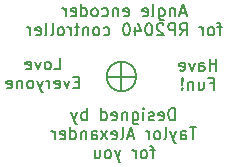
<source format=gbo>
G04 #@! TF.GenerationSoftware,KiCad,Pcbnew,6.0.2+dfsg-1*
G04 #@! TF.CreationDate,2023-01-26T22:51:51-08:00*
G04 #@! TF.ProjectId,rp2040_encoder,72703230-3430-45f6-956e-636f6465722e,rev?*
G04 #@! TF.SameCoordinates,Original*
G04 #@! TF.FileFunction,Legend,Bot*
G04 #@! TF.FilePolarity,Positive*
%FSLAX46Y46*%
G04 Gerber Fmt 4.6, Leading zero omitted, Abs format (unit mm)*
G04 Created by KiCad (PCBNEW 6.0.2+dfsg-1) date 2023-01-26 22:51:51*
%MOMM*%
%LPD*%
G01*
G04 APERTURE LIST*
G04 Aperture macros list*
%AMHorizOval*
0 Thick line with rounded ends*
0 $1 width*
0 $2 $3 position (X,Y) of the first rounded end (center of the circle)*
0 $4 $5 position (X,Y) of the second rounded end (center of the circle)*
0 Add line between two ends*
20,1,$1,$2,$3,$4,$5,0*
0 Add two circle primitives to create the rounded ends*
1,1,$1,$2,$3*
1,1,$1,$4,$5*%
%AMRotRect*
0 Rectangle, with rotation*
0 The origin of the aperture is its center*
0 $1 length*
0 $2 width*
0 $3 Rotation angle, in degrees counterclockwise*
0 Add horizontal line*
21,1,$1,$2,0,0,$3*%
G04 Aperture macros list end*
%ADD10C,0.150000*%
%ADD11C,3.100000*%
%ADD12RotRect,1.740000X2.200000X218.000000*%
%ADD13HorizOval,1.740000X-0.141602X0.181242X0.141602X-0.181242X0*%
G04 APERTURE END LIST*
D10*
X150000000Y-98750000D02*
X150000000Y-101250000D01*
X151250000Y-100000000D02*
G75*
G03*
X151250000Y-100000000I-1250000J0D01*
G01*
X148750000Y-100000000D02*
X151250000Y-100000000D01*
X154533333Y-103692380D02*
X154533333Y-102692380D01*
X154295238Y-102692380D01*
X154152380Y-102740000D01*
X154057142Y-102835238D01*
X154009523Y-102930476D01*
X153961904Y-103120952D01*
X153961904Y-103263809D01*
X154009523Y-103454285D01*
X154057142Y-103549523D01*
X154152380Y-103644761D01*
X154295238Y-103692380D01*
X154533333Y-103692380D01*
X153152380Y-103644761D02*
X153247619Y-103692380D01*
X153438095Y-103692380D01*
X153533333Y-103644761D01*
X153580952Y-103549523D01*
X153580952Y-103168571D01*
X153533333Y-103073333D01*
X153438095Y-103025714D01*
X153247619Y-103025714D01*
X153152380Y-103073333D01*
X153104761Y-103168571D01*
X153104761Y-103263809D01*
X153580952Y-103359047D01*
X152723809Y-103644761D02*
X152628571Y-103692380D01*
X152438095Y-103692380D01*
X152342857Y-103644761D01*
X152295238Y-103549523D01*
X152295238Y-103501904D01*
X152342857Y-103406666D01*
X152438095Y-103359047D01*
X152580952Y-103359047D01*
X152676190Y-103311428D01*
X152723809Y-103216190D01*
X152723809Y-103168571D01*
X152676190Y-103073333D01*
X152580952Y-103025714D01*
X152438095Y-103025714D01*
X152342857Y-103073333D01*
X151866666Y-103692380D02*
X151866666Y-103025714D01*
X151866666Y-102692380D02*
X151914285Y-102740000D01*
X151866666Y-102787619D01*
X151819047Y-102740000D01*
X151866666Y-102692380D01*
X151866666Y-102787619D01*
X150961904Y-103025714D02*
X150961904Y-103835238D01*
X151009523Y-103930476D01*
X151057142Y-103978095D01*
X151152380Y-104025714D01*
X151295238Y-104025714D01*
X151390476Y-103978095D01*
X150961904Y-103644761D02*
X151057142Y-103692380D01*
X151247619Y-103692380D01*
X151342857Y-103644761D01*
X151390476Y-103597142D01*
X151438095Y-103501904D01*
X151438095Y-103216190D01*
X151390476Y-103120952D01*
X151342857Y-103073333D01*
X151247619Y-103025714D01*
X151057142Y-103025714D01*
X150961904Y-103073333D01*
X150485714Y-103025714D02*
X150485714Y-103692380D01*
X150485714Y-103120952D02*
X150438095Y-103073333D01*
X150342857Y-103025714D01*
X150200000Y-103025714D01*
X150104761Y-103073333D01*
X150057142Y-103168571D01*
X150057142Y-103692380D01*
X149200000Y-103644761D02*
X149295238Y-103692380D01*
X149485714Y-103692380D01*
X149580952Y-103644761D01*
X149628571Y-103549523D01*
X149628571Y-103168571D01*
X149580952Y-103073333D01*
X149485714Y-103025714D01*
X149295238Y-103025714D01*
X149200000Y-103073333D01*
X149152380Y-103168571D01*
X149152380Y-103263809D01*
X149628571Y-103359047D01*
X148295238Y-103692380D02*
X148295238Y-102692380D01*
X148295238Y-103644761D02*
X148390476Y-103692380D01*
X148580952Y-103692380D01*
X148676190Y-103644761D01*
X148723809Y-103597142D01*
X148771428Y-103501904D01*
X148771428Y-103216190D01*
X148723809Y-103120952D01*
X148676190Y-103073333D01*
X148580952Y-103025714D01*
X148390476Y-103025714D01*
X148295238Y-103073333D01*
X147057142Y-103692380D02*
X147057142Y-102692380D01*
X147057142Y-103073333D02*
X146961904Y-103025714D01*
X146771428Y-103025714D01*
X146676190Y-103073333D01*
X146628571Y-103120952D01*
X146580952Y-103216190D01*
X146580952Y-103501904D01*
X146628571Y-103597142D01*
X146676190Y-103644761D01*
X146771428Y-103692380D01*
X146961904Y-103692380D01*
X147057142Y-103644761D01*
X146247619Y-103025714D02*
X146009523Y-103692380D01*
X145771428Y-103025714D02*
X146009523Y-103692380D01*
X146104761Y-103930476D01*
X146152380Y-103978095D01*
X146247619Y-104025714D01*
X156342857Y-104302380D02*
X155771428Y-104302380D01*
X156057142Y-105302380D02*
X156057142Y-104302380D01*
X155009523Y-105302380D02*
X155009523Y-104778571D01*
X155057142Y-104683333D01*
X155152380Y-104635714D01*
X155342857Y-104635714D01*
X155438095Y-104683333D01*
X155009523Y-105254761D02*
X155104761Y-105302380D01*
X155342857Y-105302380D01*
X155438095Y-105254761D01*
X155485714Y-105159523D01*
X155485714Y-105064285D01*
X155438095Y-104969047D01*
X155342857Y-104921428D01*
X155104761Y-104921428D01*
X155009523Y-104873809D01*
X154628571Y-104635714D02*
X154390476Y-105302380D01*
X154152380Y-104635714D02*
X154390476Y-105302380D01*
X154485714Y-105540476D01*
X154533333Y-105588095D01*
X154628571Y-105635714D01*
X153628571Y-105302380D02*
X153723809Y-105254761D01*
X153771428Y-105159523D01*
X153771428Y-104302380D01*
X153104761Y-105302380D02*
X153200000Y-105254761D01*
X153247619Y-105207142D01*
X153295238Y-105111904D01*
X153295238Y-104826190D01*
X153247619Y-104730952D01*
X153200000Y-104683333D01*
X153104761Y-104635714D01*
X152961904Y-104635714D01*
X152866666Y-104683333D01*
X152819047Y-104730952D01*
X152771428Y-104826190D01*
X152771428Y-105111904D01*
X152819047Y-105207142D01*
X152866666Y-105254761D01*
X152961904Y-105302380D01*
X153104761Y-105302380D01*
X152342857Y-105302380D02*
X152342857Y-104635714D01*
X152342857Y-104826190D02*
X152295238Y-104730952D01*
X152247619Y-104683333D01*
X152152380Y-104635714D01*
X152057142Y-104635714D01*
X151009523Y-105016666D02*
X150533333Y-105016666D01*
X151104761Y-105302380D02*
X150771428Y-104302380D01*
X150438095Y-105302380D01*
X149961904Y-105302380D02*
X150057142Y-105254761D01*
X150104761Y-105159523D01*
X150104761Y-104302380D01*
X149200000Y-105254761D02*
X149295238Y-105302380D01*
X149485714Y-105302380D01*
X149580952Y-105254761D01*
X149628571Y-105159523D01*
X149628571Y-104778571D01*
X149580952Y-104683333D01*
X149485714Y-104635714D01*
X149295238Y-104635714D01*
X149200000Y-104683333D01*
X149152380Y-104778571D01*
X149152380Y-104873809D01*
X149628571Y-104969047D01*
X148819047Y-105302380D02*
X148295238Y-104635714D01*
X148819047Y-104635714D02*
X148295238Y-105302380D01*
X147485714Y-105302380D02*
X147485714Y-104778571D01*
X147533333Y-104683333D01*
X147628571Y-104635714D01*
X147819047Y-104635714D01*
X147914285Y-104683333D01*
X147485714Y-105254761D02*
X147580952Y-105302380D01*
X147819047Y-105302380D01*
X147914285Y-105254761D01*
X147961904Y-105159523D01*
X147961904Y-105064285D01*
X147914285Y-104969047D01*
X147819047Y-104921428D01*
X147580952Y-104921428D01*
X147485714Y-104873809D01*
X147009523Y-104635714D02*
X147009523Y-105302380D01*
X147009523Y-104730952D02*
X146961904Y-104683333D01*
X146866666Y-104635714D01*
X146723809Y-104635714D01*
X146628571Y-104683333D01*
X146580952Y-104778571D01*
X146580952Y-105302380D01*
X145676190Y-105302380D02*
X145676190Y-104302380D01*
X145676190Y-105254761D02*
X145771428Y-105302380D01*
X145961904Y-105302380D01*
X146057142Y-105254761D01*
X146104761Y-105207142D01*
X146152380Y-105111904D01*
X146152380Y-104826190D01*
X146104761Y-104730952D01*
X146057142Y-104683333D01*
X145961904Y-104635714D01*
X145771428Y-104635714D01*
X145676190Y-104683333D01*
X144819047Y-105254761D02*
X144914285Y-105302380D01*
X145104761Y-105302380D01*
X145200000Y-105254761D01*
X145247619Y-105159523D01*
X145247619Y-104778571D01*
X145200000Y-104683333D01*
X145104761Y-104635714D01*
X144914285Y-104635714D01*
X144819047Y-104683333D01*
X144771428Y-104778571D01*
X144771428Y-104873809D01*
X145247619Y-104969047D01*
X144342857Y-105302380D02*
X144342857Y-104635714D01*
X144342857Y-104826190D02*
X144295238Y-104730952D01*
X144247619Y-104683333D01*
X144152380Y-104635714D01*
X144057142Y-104635714D01*
X152819047Y-106245714D02*
X152438095Y-106245714D01*
X152676190Y-106912380D02*
X152676190Y-106055238D01*
X152628571Y-105960000D01*
X152533333Y-105912380D01*
X152438095Y-105912380D01*
X151961904Y-106912380D02*
X152057142Y-106864761D01*
X152104761Y-106817142D01*
X152152380Y-106721904D01*
X152152380Y-106436190D01*
X152104761Y-106340952D01*
X152057142Y-106293333D01*
X151961904Y-106245714D01*
X151819047Y-106245714D01*
X151723809Y-106293333D01*
X151676190Y-106340952D01*
X151628571Y-106436190D01*
X151628571Y-106721904D01*
X151676190Y-106817142D01*
X151723809Y-106864761D01*
X151819047Y-106912380D01*
X151961904Y-106912380D01*
X151200000Y-106912380D02*
X151200000Y-106245714D01*
X151200000Y-106436190D02*
X151152380Y-106340952D01*
X151104761Y-106293333D01*
X151009523Y-106245714D01*
X150914285Y-106245714D01*
X149914285Y-106245714D02*
X149676190Y-106912380D01*
X149438095Y-106245714D02*
X149676190Y-106912380D01*
X149771428Y-107150476D01*
X149819047Y-107198095D01*
X149914285Y-107245714D01*
X148914285Y-106912380D02*
X149009523Y-106864761D01*
X149057142Y-106817142D01*
X149104761Y-106721904D01*
X149104761Y-106436190D01*
X149057142Y-106340952D01*
X149009523Y-106293333D01*
X148914285Y-106245714D01*
X148771428Y-106245714D01*
X148676190Y-106293333D01*
X148628571Y-106340952D01*
X148580952Y-106436190D01*
X148580952Y-106721904D01*
X148628571Y-106817142D01*
X148676190Y-106864761D01*
X148771428Y-106912380D01*
X148914285Y-106912380D01*
X147723809Y-106245714D02*
X147723809Y-106912380D01*
X148152380Y-106245714D02*
X148152380Y-106769523D01*
X148104761Y-106864761D01*
X148009523Y-106912380D01*
X147866666Y-106912380D01*
X147771428Y-106864761D01*
X147723809Y-106817142D01*
X144302380Y-99397380D02*
X144778571Y-99397380D01*
X144778571Y-98397380D01*
X143826190Y-99397380D02*
X143921428Y-99349761D01*
X143969047Y-99302142D01*
X144016666Y-99206904D01*
X144016666Y-98921190D01*
X143969047Y-98825952D01*
X143921428Y-98778333D01*
X143826190Y-98730714D01*
X143683333Y-98730714D01*
X143588095Y-98778333D01*
X143540476Y-98825952D01*
X143492857Y-98921190D01*
X143492857Y-99206904D01*
X143540476Y-99302142D01*
X143588095Y-99349761D01*
X143683333Y-99397380D01*
X143826190Y-99397380D01*
X143159523Y-98730714D02*
X142921428Y-99397380D01*
X142683333Y-98730714D01*
X141921428Y-99349761D02*
X142016666Y-99397380D01*
X142207142Y-99397380D01*
X142302380Y-99349761D01*
X142350000Y-99254523D01*
X142350000Y-98873571D01*
X142302380Y-98778333D01*
X142207142Y-98730714D01*
X142016666Y-98730714D01*
X141921428Y-98778333D01*
X141873809Y-98873571D01*
X141873809Y-98968809D01*
X142350000Y-99064047D01*
X146397619Y-100483571D02*
X146064285Y-100483571D01*
X145921428Y-101007380D02*
X146397619Y-101007380D01*
X146397619Y-100007380D01*
X145921428Y-100007380D01*
X145588095Y-100340714D02*
X145350000Y-101007380D01*
X145111904Y-100340714D01*
X144350000Y-100959761D02*
X144445238Y-101007380D01*
X144635714Y-101007380D01*
X144730952Y-100959761D01*
X144778571Y-100864523D01*
X144778571Y-100483571D01*
X144730952Y-100388333D01*
X144635714Y-100340714D01*
X144445238Y-100340714D01*
X144350000Y-100388333D01*
X144302380Y-100483571D01*
X144302380Y-100578809D01*
X144778571Y-100674047D01*
X143873809Y-101007380D02*
X143873809Y-100340714D01*
X143873809Y-100531190D02*
X143826190Y-100435952D01*
X143778571Y-100388333D01*
X143683333Y-100340714D01*
X143588095Y-100340714D01*
X143350000Y-100340714D02*
X143111904Y-101007380D01*
X142873809Y-100340714D02*
X143111904Y-101007380D01*
X143207142Y-101245476D01*
X143254761Y-101293095D01*
X143350000Y-101340714D01*
X142350000Y-101007380D02*
X142445238Y-100959761D01*
X142492857Y-100912142D01*
X142540476Y-100816904D01*
X142540476Y-100531190D01*
X142492857Y-100435952D01*
X142445238Y-100388333D01*
X142350000Y-100340714D01*
X142207142Y-100340714D01*
X142111904Y-100388333D01*
X142064285Y-100435952D01*
X142016666Y-100531190D01*
X142016666Y-100816904D01*
X142064285Y-100912142D01*
X142111904Y-100959761D01*
X142207142Y-101007380D01*
X142350000Y-101007380D01*
X141588095Y-100340714D02*
X141588095Y-101007380D01*
X141588095Y-100435952D02*
X141540476Y-100388333D01*
X141445238Y-100340714D01*
X141302380Y-100340714D01*
X141207142Y-100388333D01*
X141159523Y-100483571D01*
X141159523Y-101007380D01*
X140302380Y-100959761D02*
X140397619Y-101007380D01*
X140588095Y-101007380D01*
X140683333Y-100959761D01*
X140730952Y-100864523D01*
X140730952Y-100483571D01*
X140683333Y-100388333D01*
X140588095Y-100340714D01*
X140397619Y-100340714D01*
X140302380Y-100388333D01*
X140254761Y-100483571D01*
X140254761Y-100578809D01*
X140730952Y-100674047D01*
X158047619Y-99497380D02*
X158047619Y-98497380D01*
X158047619Y-98973571D02*
X157476190Y-98973571D01*
X157476190Y-99497380D02*
X157476190Y-98497380D01*
X156571428Y-99497380D02*
X156571428Y-98973571D01*
X156619047Y-98878333D01*
X156714285Y-98830714D01*
X156904761Y-98830714D01*
X157000000Y-98878333D01*
X156571428Y-99449761D02*
X156666666Y-99497380D01*
X156904761Y-99497380D01*
X157000000Y-99449761D01*
X157047619Y-99354523D01*
X157047619Y-99259285D01*
X157000000Y-99164047D01*
X156904761Y-99116428D01*
X156666666Y-99116428D01*
X156571428Y-99068809D01*
X156190476Y-98830714D02*
X155952380Y-99497380D01*
X155714285Y-98830714D01*
X154952380Y-99449761D02*
X155047619Y-99497380D01*
X155238095Y-99497380D01*
X155333333Y-99449761D01*
X155380952Y-99354523D01*
X155380952Y-98973571D01*
X155333333Y-98878333D01*
X155238095Y-98830714D01*
X155047619Y-98830714D01*
X154952380Y-98878333D01*
X154904761Y-98973571D01*
X154904761Y-99068809D01*
X155380952Y-99164047D01*
X157500000Y-100583571D02*
X157833333Y-100583571D01*
X157833333Y-101107380D02*
X157833333Y-100107380D01*
X157357142Y-100107380D01*
X156547619Y-100440714D02*
X156547619Y-101107380D01*
X156976190Y-100440714D02*
X156976190Y-100964523D01*
X156928571Y-101059761D01*
X156833333Y-101107380D01*
X156690476Y-101107380D01*
X156595238Y-101059761D01*
X156547619Y-101012142D01*
X156071428Y-100440714D02*
X156071428Y-101107380D01*
X156071428Y-100535952D02*
X156023809Y-100488333D01*
X155928571Y-100440714D01*
X155785714Y-100440714D01*
X155690476Y-100488333D01*
X155642857Y-100583571D01*
X155642857Y-101107380D01*
X155166666Y-101012142D02*
X155119047Y-101059761D01*
X155166666Y-101107380D01*
X155214285Y-101059761D01*
X155166666Y-101012142D01*
X155166666Y-101107380D01*
X155166666Y-100726428D02*
X155214285Y-100155000D01*
X155166666Y-100107380D01*
X155119047Y-100155000D01*
X155166666Y-100726428D01*
X155166666Y-100107380D01*
X155416666Y-94611666D02*
X154940476Y-94611666D01*
X155511904Y-94897380D02*
X155178571Y-93897380D01*
X154845238Y-94897380D01*
X154511904Y-94230714D02*
X154511904Y-94897380D01*
X154511904Y-94325952D02*
X154464285Y-94278333D01*
X154369047Y-94230714D01*
X154226190Y-94230714D01*
X154130952Y-94278333D01*
X154083333Y-94373571D01*
X154083333Y-94897380D01*
X153178571Y-94230714D02*
X153178571Y-95040238D01*
X153226190Y-95135476D01*
X153273809Y-95183095D01*
X153369047Y-95230714D01*
X153511904Y-95230714D01*
X153607142Y-95183095D01*
X153178571Y-94849761D02*
X153273809Y-94897380D01*
X153464285Y-94897380D01*
X153559523Y-94849761D01*
X153607142Y-94802142D01*
X153654761Y-94706904D01*
X153654761Y-94421190D01*
X153607142Y-94325952D01*
X153559523Y-94278333D01*
X153464285Y-94230714D01*
X153273809Y-94230714D01*
X153178571Y-94278333D01*
X152559523Y-94897380D02*
X152654761Y-94849761D01*
X152702380Y-94754523D01*
X152702380Y-93897380D01*
X151797619Y-94849761D02*
X151892857Y-94897380D01*
X152083333Y-94897380D01*
X152178571Y-94849761D01*
X152226190Y-94754523D01*
X152226190Y-94373571D01*
X152178571Y-94278333D01*
X152083333Y-94230714D01*
X151892857Y-94230714D01*
X151797619Y-94278333D01*
X151750000Y-94373571D01*
X151750000Y-94468809D01*
X152226190Y-94564047D01*
X150178571Y-94849761D02*
X150273809Y-94897380D01*
X150464285Y-94897380D01*
X150559523Y-94849761D01*
X150607142Y-94754523D01*
X150607142Y-94373571D01*
X150559523Y-94278333D01*
X150464285Y-94230714D01*
X150273809Y-94230714D01*
X150178571Y-94278333D01*
X150130952Y-94373571D01*
X150130952Y-94468809D01*
X150607142Y-94564047D01*
X149702380Y-94230714D02*
X149702380Y-94897380D01*
X149702380Y-94325952D02*
X149654761Y-94278333D01*
X149559523Y-94230714D01*
X149416666Y-94230714D01*
X149321428Y-94278333D01*
X149273809Y-94373571D01*
X149273809Y-94897380D01*
X148369047Y-94849761D02*
X148464285Y-94897380D01*
X148654761Y-94897380D01*
X148750000Y-94849761D01*
X148797619Y-94802142D01*
X148845238Y-94706904D01*
X148845238Y-94421190D01*
X148797619Y-94325952D01*
X148750000Y-94278333D01*
X148654761Y-94230714D01*
X148464285Y-94230714D01*
X148369047Y-94278333D01*
X147797619Y-94897380D02*
X147892857Y-94849761D01*
X147940476Y-94802142D01*
X147988095Y-94706904D01*
X147988095Y-94421190D01*
X147940476Y-94325952D01*
X147892857Y-94278333D01*
X147797619Y-94230714D01*
X147654761Y-94230714D01*
X147559523Y-94278333D01*
X147511904Y-94325952D01*
X147464285Y-94421190D01*
X147464285Y-94706904D01*
X147511904Y-94802142D01*
X147559523Y-94849761D01*
X147654761Y-94897380D01*
X147797619Y-94897380D01*
X146607142Y-94897380D02*
X146607142Y-93897380D01*
X146607142Y-94849761D02*
X146702380Y-94897380D01*
X146892857Y-94897380D01*
X146988095Y-94849761D01*
X147035714Y-94802142D01*
X147083333Y-94706904D01*
X147083333Y-94421190D01*
X147035714Y-94325952D01*
X146988095Y-94278333D01*
X146892857Y-94230714D01*
X146702380Y-94230714D01*
X146607142Y-94278333D01*
X145750000Y-94849761D02*
X145845238Y-94897380D01*
X146035714Y-94897380D01*
X146130952Y-94849761D01*
X146178571Y-94754523D01*
X146178571Y-94373571D01*
X146130952Y-94278333D01*
X146035714Y-94230714D01*
X145845238Y-94230714D01*
X145750000Y-94278333D01*
X145702380Y-94373571D01*
X145702380Y-94468809D01*
X146178571Y-94564047D01*
X145273809Y-94897380D02*
X145273809Y-94230714D01*
X145273809Y-94421190D02*
X145226190Y-94325952D01*
X145178571Y-94278333D01*
X145083333Y-94230714D01*
X144988095Y-94230714D01*
X158511904Y-95840714D02*
X158130952Y-95840714D01*
X158369047Y-96507380D02*
X158369047Y-95650238D01*
X158321428Y-95555000D01*
X158226190Y-95507380D01*
X158130952Y-95507380D01*
X157654761Y-96507380D02*
X157750000Y-96459761D01*
X157797619Y-96412142D01*
X157845238Y-96316904D01*
X157845238Y-96031190D01*
X157797619Y-95935952D01*
X157750000Y-95888333D01*
X157654761Y-95840714D01*
X157511904Y-95840714D01*
X157416666Y-95888333D01*
X157369047Y-95935952D01*
X157321428Y-96031190D01*
X157321428Y-96316904D01*
X157369047Y-96412142D01*
X157416666Y-96459761D01*
X157511904Y-96507380D01*
X157654761Y-96507380D01*
X156892857Y-96507380D02*
X156892857Y-95840714D01*
X156892857Y-96031190D02*
X156845238Y-95935952D01*
X156797619Y-95888333D01*
X156702380Y-95840714D01*
X156607142Y-95840714D01*
X154940476Y-96507380D02*
X155273809Y-96031190D01*
X155511904Y-96507380D02*
X155511904Y-95507380D01*
X155130952Y-95507380D01*
X155035714Y-95555000D01*
X154988095Y-95602619D01*
X154940476Y-95697857D01*
X154940476Y-95840714D01*
X154988095Y-95935952D01*
X155035714Y-95983571D01*
X155130952Y-96031190D01*
X155511904Y-96031190D01*
X154511904Y-96507380D02*
X154511904Y-95507380D01*
X154130952Y-95507380D01*
X154035714Y-95555000D01*
X153988095Y-95602619D01*
X153940476Y-95697857D01*
X153940476Y-95840714D01*
X153988095Y-95935952D01*
X154035714Y-95983571D01*
X154130952Y-96031190D01*
X154511904Y-96031190D01*
X153559523Y-95602619D02*
X153511904Y-95555000D01*
X153416666Y-95507380D01*
X153178571Y-95507380D01*
X153083333Y-95555000D01*
X153035714Y-95602619D01*
X152988095Y-95697857D01*
X152988095Y-95793095D01*
X153035714Y-95935952D01*
X153607142Y-96507380D01*
X152988095Y-96507380D01*
X152369047Y-95507380D02*
X152273809Y-95507380D01*
X152178571Y-95555000D01*
X152130952Y-95602619D01*
X152083333Y-95697857D01*
X152035714Y-95888333D01*
X152035714Y-96126428D01*
X152083333Y-96316904D01*
X152130952Y-96412142D01*
X152178571Y-96459761D01*
X152273809Y-96507380D01*
X152369047Y-96507380D01*
X152464285Y-96459761D01*
X152511904Y-96412142D01*
X152559523Y-96316904D01*
X152607142Y-96126428D01*
X152607142Y-95888333D01*
X152559523Y-95697857D01*
X152511904Y-95602619D01*
X152464285Y-95555000D01*
X152369047Y-95507380D01*
X151178571Y-95840714D02*
X151178571Y-96507380D01*
X151416666Y-95459761D02*
X151654761Y-96174047D01*
X151035714Y-96174047D01*
X150464285Y-95507380D02*
X150369047Y-95507380D01*
X150273809Y-95555000D01*
X150226190Y-95602619D01*
X150178571Y-95697857D01*
X150130952Y-95888333D01*
X150130952Y-96126428D01*
X150178571Y-96316904D01*
X150226190Y-96412142D01*
X150273809Y-96459761D01*
X150369047Y-96507380D01*
X150464285Y-96507380D01*
X150559523Y-96459761D01*
X150607142Y-96412142D01*
X150654761Y-96316904D01*
X150702380Y-96126428D01*
X150702380Y-95888333D01*
X150654761Y-95697857D01*
X150607142Y-95602619D01*
X150559523Y-95555000D01*
X150464285Y-95507380D01*
X148511904Y-96459761D02*
X148607142Y-96507380D01*
X148797619Y-96507380D01*
X148892857Y-96459761D01*
X148940476Y-96412142D01*
X148988095Y-96316904D01*
X148988095Y-96031190D01*
X148940476Y-95935952D01*
X148892857Y-95888333D01*
X148797619Y-95840714D01*
X148607142Y-95840714D01*
X148511904Y-95888333D01*
X147940476Y-96507380D02*
X148035714Y-96459761D01*
X148083333Y-96412142D01*
X148130952Y-96316904D01*
X148130952Y-96031190D01*
X148083333Y-95935952D01*
X148035714Y-95888333D01*
X147940476Y-95840714D01*
X147797619Y-95840714D01*
X147702380Y-95888333D01*
X147654761Y-95935952D01*
X147607142Y-96031190D01*
X147607142Y-96316904D01*
X147654761Y-96412142D01*
X147702380Y-96459761D01*
X147797619Y-96507380D01*
X147940476Y-96507380D01*
X147178571Y-95840714D02*
X147178571Y-96507380D01*
X147178571Y-95935952D02*
X147130952Y-95888333D01*
X147035714Y-95840714D01*
X146892857Y-95840714D01*
X146797619Y-95888333D01*
X146750000Y-95983571D01*
X146750000Y-96507380D01*
X146416666Y-95840714D02*
X146035714Y-95840714D01*
X146273809Y-95507380D02*
X146273809Y-96364523D01*
X146226190Y-96459761D01*
X146130952Y-96507380D01*
X146035714Y-96507380D01*
X145702380Y-96507380D02*
X145702380Y-95840714D01*
X145702380Y-96031190D02*
X145654761Y-95935952D01*
X145607142Y-95888333D01*
X145511904Y-95840714D01*
X145416666Y-95840714D01*
X144940476Y-96507380D02*
X145035714Y-96459761D01*
X145083333Y-96412142D01*
X145130952Y-96316904D01*
X145130952Y-96031190D01*
X145083333Y-95935952D01*
X145035714Y-95888333D01*
X144940476Y-95840714D01*
X144797619Y-95840714D01*
X144702380Y-95888333D01*
X144654761Y-95935952D01*
X144607142Y-96031190D01*
X144607142Y-96316904D01*
X144654761Y-96412142D01*
X144702380Y-96459761D01*
X144797619Y-96507380D01*
X144940476Y-96507380D01*
X144035714Y-96507380D02*
X144130952Y-96459761D01*
X144178571Y-96364523D01*
X144178571Y-95507380D01*
X143511904Y-96507380D02*
X143607142Y-96459761D01*
X143654761Y-96364523D01*
X143654761Y-95507380D01*
X142750000Y-96459761D02*
X142845238Y-96507380D01*
X143035714Y-96507380D01*
X143130952Y-96459761D01*
X143178571Y-96364523D01*
X143178571Y-95983571D01*
X143130952Y-95888333D01*
X143035714Y-95840714D01*
X142845238Y-95840714D01*
X142750000Y-95888333D01*
X142702380Y-95983571D01*
X142702380Y-96078809D01*
X143178571Y-96174047D01*
X142273809Y-96507380D02*
X142273809Y-95840714D01*
X142273809Y-96031190D02*
X142226190Y-95935952D01*
X142178571Y-95888333D01*
X142083333Y-95840714D01*
X141988095Y-95840714D01*
%LPC*%
D11*
X162500000Y-100000000D03*
X137500000Y-100000000D03*
X150000000Y-109500000D03*
D12*
X144080000Y-87000000D03*
D13*
X142078453Y-88563780D03*
X140076905Y-90127560D03*
X138075358Y-91691340D03*
X136073811Y-93255121D03*
D11*
X150000000Y-90500000D03*
M02*

</source>
